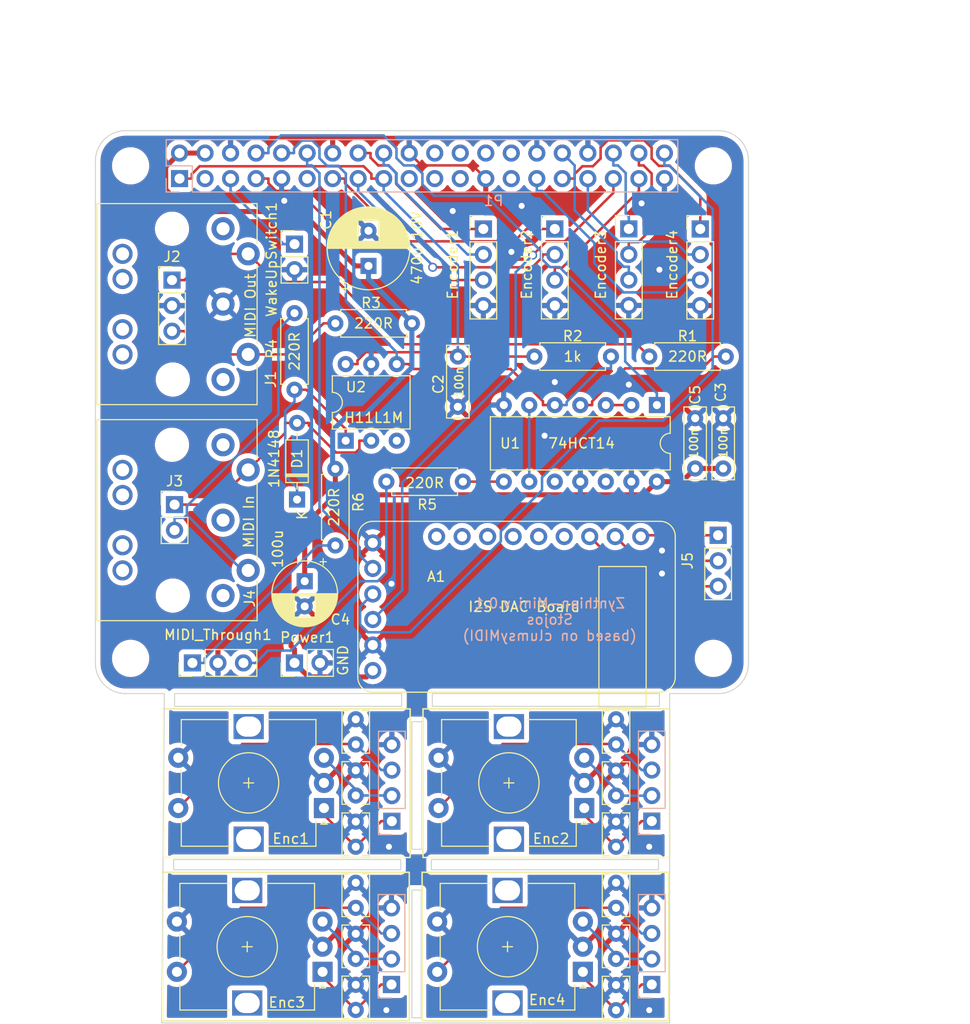
<source format=kicad_pcb>
(kicad_pcb (version 20211014) (generator pcbnew)
  (title_block (date "15 nov 2012"))
  (layers (0 "F.Cu" signal) (31 "B.Cu" signal) (34 "B.Paste" user) (35 "F.Paste" user) (36 "B.SilkS" user "B.Silkscreen") (37 "F.SilkS" user "F.Silkscreen") (38 "B.Mask" user) (39 "F.Mask" user) (44 "Edge.Cuts" user))
  (net 0 "")
  (net 1 "Net-(A1-Pad7)")
  (net 2 "+5V")
  (net 3 "GND")
  (net 4 "/enc1a")
  (net 5 "/enc1b")
  (net 6 "Net-(A1-Pad8)")
  (net 7 "Net-(A1-Pad9)")
  (net 10 "/enc1s1")
  (net 11 "/enc2a")
  (net 16 "/enc2b")
  (net 17 "/enc2s1")
  (net 18 "/enc3a")
  (net 19 "/enc3b")
  (net 20 "/enc3s1")
  (net 21 "/enc4a")
  (net 22 "+3.3V")
  (net 23 "Encoder_1_Clock")
  (net 24 "Encoder_1_Data")
  (net 25 "Encoder_1_Switch")
  (net 26 "I2S_BCLK")
  (net 27 "I2S_DATA")
  (net 28 "I2S_LRCLK")
  (net 29 "Encoder_2_Clock")
  (net 30 "Encoder_2_Data")
  (net 31 "Encoder_2_Switch")
  (net 32 "Encoder_3_Clock")
  (net 33 "Encoder_3_Data")
  (net 34 "Encoder_3_Switch")
  (net 35 "Encoder_4_Clock")
  (net 36 "Encoder_4_Data")
  (net 37 "Encoder_4_Switch")
  (net 38 "Net-(D1-Pad2)")
  (net 39 "Net-(D1-Pad1)")
  (net 42 "Net-(J1-Pad4)")
  (net 43 "Net-(J1-Pad5)")
  (net 44 "Net-(J3-Pad2)")
  (net 48 "Net-(R5-Pad2)")
  (net 49 "/enc4b")
  (net 50 "/enc4s1")
  (net 51 "Wake_Up_Pin")
  (net 52 "Net-(R1-Pad2)")
  (net 53 "Net-(U1-Pad6)")
  (net 56 "Net-(U1-Pad2)")
  (net 59 "MIDI_OUT")
  (net 60 "MIDI_IN")
  (net 70 "Net-(MIDI_Through1-Pad1)")
  (net 71 "Net-(MIDI_Through1-Pad3)")
  (footprint "Capacitor_THT:CP_Radial_D8.0mm_P3.50mm" (layer "F.Cu") (at 227.178 107.4567 90)
    (fp_text reference "C1")
    (fp_text value "470u 10V")
  )
  (footprint "Capacitor_THT:C_Rect_L7.0mm_W2.0mm_P5.00mm" (layer "F.Cu") (at 236.068 116.472 -90)
    (fp_text reference "C2")
    (fp_text value "100n")
  )
  (footprint "Capacitor_THT:C_Rect_L7.0mm_W2.0mm_P5.00mm" (layer "F.Cu") (at 262.484 127.608 90)
    (fp_text reference "C3")
    (fp_text value "100n")
  )
  (footprint "Capacitor_THT:CP_Radial_D6.3mm_P2.50mm" (layer "F.Cu") (at 220.828 138.824 -90)
    (fp_text reference "C4")
    (fp_text value "100u")
  )
  (footprint "Capacitor_THT:C_Rect_L7.0mm_W2.0mm_P5.00mm" (layer "F.Cu") (at 259.69 122.608 -90)
    (fp_text reference "C5")
    (fp_text value "100n")
  )
  (footprint "Diode_THT:D_DO-35_SOD27_P7.62mm_Horizontal" (layer "F.Cu") (at 220.066 130.696 90)
    (fp_text reference "D1")
    (fp_text value "1N4148")
  )
  (footprint "footprints:MultiDIN5" (layer "F.Cu") (at 212.7 118.758 90)
    (fp_text reference "J1")
    (fp_text value "MIDI Out Jack")
  )
  (footprint "footprints:MultiDIN5" (layer "F.Cu") (at 212.7 140.25 90)
    (fp_text reference "J4")
    (fp_text value "MIDI In Jack")
  )
  (footprint "Resistor_THT:R_Axial_DIN0207_L6.3mm_D2.5mm_P7.62mm_Horizontal" (layer "F.Cu") (at 255.118 116.472)
    (fp_text reference "R1")
    (fp_text value "220R")
  )
  (footprint "Resistor_THT:R_Axial_DIN0207_L6.3mm_D2.5mm_P7.62mm_Horizontal" (layer "F.Cu") (at 231.496 113.17 180)
    (fp_text reference "R3")
    (fp_text value "220R")
  )
  (footprint "Resistor_THT:R_Axial_DIN0207_L6.3mm_D2.5mm_P7.62mm_Horizontal" (layer "F.Cu") (at 243.688 116.472)
    (fp_text reference "R2")
    (fp_text value "1k")
  )
  (footprint "Resistor_THT:R_Axial_DIN0207_L6.3mm_D2.5mm_P7.62mm_Horizontal" (layer "F.Cu") (at 228.956 128.918)
    (fp_text reference "R5")
    (fp_text value "220R")
  )
  (footprint "Package_DIP:DIP-6_W7.62mm" (layer "F.Cu") (at 224.907 124.844 90)
    (fp_text reference "U2")
    (fp_text value "H11L1M")
  )
  (footprint "Package_DIP:DIP-14_W7.62mm" (layer "F.Cu") (at 255.88 121.298 -90)
    (fp_text reference "U1")
    (fp_text value "74HCT14")
  )
  (footprint "Resistor_THT:R_Axial_DIN0207_L6.3mm_D2.5mm_P7.62mm_Horizontal" (layer "F.Cu") (at 223.876 127.648 -90)
    (fp_text reference "R6")
    (fp_text value "220R")
  )
  (footprint "Resistor_THT:R_Axial_DIN0207_L6.3mm_D2.5mm_P7.62mm_Horizontal" (layer "F.Cu") (at 219.812 112.154 -90)
    (fp_text reference "R4")
    (fp_text value "220R")
  )
  (footprint "footprints:GY-PCM5102" (layer "F.Cu") (at 241.91 141.364)
    (fp_text reference "A1")
    (fp_text value "GY-PCM5102")
  )
  (footprint "Capacitor_THT:C_Rect_L4.0mm_W2.5mm_P2.50mm" (layer "F.Cu") (at 225.908 165.24 90)
    (fp_text reference "C11" hide)
    (fp_text value "10n")
  )
  (footprint "MountingHole:MountingHole_2.7mm_M2.5" (layer "F.Cu") (at 203.5 97.5 180)
    (fp_text reference "MK1" hide)
    (fp_text value "M2.5")
  )
  (footprint "Capacitor_THT:C_Rect_L4.0mm_W2.5mm_P2.50mm" (layer "F.Cu") (at 251.816 176.396 90)
    (fp_text reference "C21" hide)
    (fp_text value "10n")
  )
  (footprint "Rotary_Encoder:RotaryEncoder_Alps_EC12E-Switch_Vertical_H20mm" (layer "F.Cu") (at 248.652 161.39 180)
    (fp_text reference "Enc2")
    (fp_text value "RotaryEncoder_Switch")
  )
  (footprint "Capacitor_THT:C_Rect_L4.0mm_W2.5mm_P2.50mm" (layer "F.Cu") (at 251.816 165.24 90)
    (fp_text reference "C14" hide)
    (fp_text value "10n")
  )
  (footprint "Connector_PinHeader_2.54mm:PinHeader_1x03_P2.54mm_Vertical" (layer "F.Cu") (at 207.62 108.867)
    (fp_text reference "J2")
    (fp_text value "MIDI Out connector")
  )
  (footprint "Connector_PinHeader_2.54mm:PinHeader_1x03_P2.54mm_Vertical" (layer "F.Cu") (at 209.652 146.952 90)
    (fp_text reference "MIDI_Through1")
    (fp_text value "MIDI Thru Jack")
  )
  (footprint "Capacitor_THT:C_Rect_L4.0mm_W2.5mm_P2.50mm" (layer "F.Cu") (at 251.816 160.16 90)
    (fp_text reference "C15" hide)
    (fp_text value "10n")
  )
  (footprint "Capacitor_THT:C_Rect_L4.0mm_W2.5mm_P2.50mm" (layer "F.Cu") (at 251.816 171.316 90)
    (fp_text reference "C22" hide)
    (fp_text value "100n")
  )
  (footprint "Rotary_Encoder:RotaryEncoder_Alps_EC12E-Switch_Vertical_H20mm" (layer "F.Cu") (at 248.514 177.686 180)
    (fp_text reference "Enc4")
    (fp_text value "RotaryEncoder_Switch")
  )
  (footprint "Capacitor_THT:C_Rect_L4.0mm_W2.5mm_P2.50mm" (layer "F.Cu") (at 225.908 181.476 90)
    (fp_text reference "C17" hide)
    (fp_text value "10n")
  )
  (footprint "Capacitor_THT:C_Rect_L4.0mm_W2.5mm_P2.50mm" (layer "F.Cu") (at 251.816 181.496 90)
    (fp_text reference "C20" hide)
    (fp_text value "10n")
  )
  (footprint "Capacitor_THT:C_Rect_L4.0mm_W2.5mm_P2.50mm" (layer "F.Cu") (at 251.816 155.06 90)
    (fp_text reference "C16" hide)
    (fp_text value "100n")
  )
  (footprint "Connector_PinHeader_2.54mm:PinHeader_1x04_P2.54mm_Vertical" (layer "F.Cu") (at 253.086 103.772)
    (fp_text reference "Encoder3")
    (fp_text value "Conn_01x04_Male")
  )
  (footprint "Capacitor_THT:C_Rect_L4.0mm_W2.5mm_P2.50mm" (layer "F.Cu") (at 225.908 160.14 90)
    (fp_text reference "C12" hide)
    (fp_text value "10n")
  )
  (footprint "Connector_PinHeader_2.54mm:PinHeader_1x04_P2.54mm_Vertical" (layer "F.Cu") (at 245.72 103.782)
    (fp_text reference "Encoder2")
    (fp_text value "Conn_01x04_Male")
  )
  (footprint "Capacitor_THT:C_Rect_L4.0mm_W2.5mm_P2.50mm" (layer "F.Cu") (at 225.908 171.316 90)
    (fp_text reference "C19" hide)
    (fp_text value "100n")
  )
  (footprint "Rotary_Encoder:RotaryEncoder_Alps_EC12E-Switch_Vertical_H20mm" (layer "F.Cu") (at 222.744 161.39 180)
    (fp_text reference "Enc1")
    (fp_text value "RotaryEncoder_Switch")
  )
  (footprint "Capacitor_THT:C_Rect_L4.0mm_W2.5mm_P2.50mm" (layer "F.Cu") (at 225.908 176.396 90)
    (fp_text reference "C18" hide)
    (fp_text value "10n")
  )
  (footprint "MountingHole:MountingHole_2.7mm_M2.5" (layer "F.Cu") (at 261.5 97.5 180)
    (fp_text reference "MK2" hide)
    (fp_text value "M2.5")
  )
  (footprint "MountingHole:MountingHole_2.7mm_M2.5" (layer "F.Cu") (at 203.5 146.5)
    (fp_text reference "MK3" hide)
    (fp_text value "M2.5")
  )
  (footprint "Connector_PinHeader_2.54mm:PinHeader_1x02_P2.54mm_Vertical" (layer "F.Cu") (at 219.812 146.952 90)
    (fp_text reference "Power1")
    (fp_text value "Power connector")
  )
  (footprint "Connector_PinHeader_2.54mm:PinHeader_1x02_P2.54mm_Vertical" (layer "F.Cu") (at 207.874 131.204)
    (fp_text reference "J3")
    (fp_text value "MIDI IN connector")
  )
  (footprint "Rotary_Encoder:RotaryEncoder_Alps_EC12E-Switch_Vertical_H20mm" (layer "F.Cu") (at 222.606 177.686 180)
    (fp_text reference "Enc3")
    (fp_text value "RotaryEncoder_Switch")
  )
  (footprint "Connector_PinHeader_2.54mm:PinHeader_1x04_P2.54mm_Vertical" (layer "F.Cu") (at 238.608 103.782)
    (fp_text reference "Encoder1")
    (fp_text value "Conn_01x04_Male")
  )
  (footprint "Connector_PinHeader_2.54mm:PinHeader_1x04_P2.54mm_Vertical" (layer "F.Cu") (at 260.198 103.782)
    (fp_text reference "Encoder4")
    (fp_text value "Conn_01x04_Male")
  )
  (footprint "Connector_PinHeader_2.54mm:PinHeader_1x02_P2.54mm_Vertical" (layer "F.Cu") (at 219.812 105.291)
    (fp_text reference "WakeUpSwitch1")
    (fp_text value "Wake Up Switch")
  )
  (footprint "MountingHole:MountingHole_2.7mm_M2.5" (layer "F.Cu") (at 261.5 146.5)
    (fp_text reference "MK4" hide)
    (fp_text value "M2.5")
  )
  (footprint "Capacitor_THT:C_Rect_L4.0mm_W2.5mm_P2.50mm" (layer "F.Cu") (at 225.908 155.06 90)
    (fp_text reference "C13" hide)
    (fp_text value "100n")
  )
  (footprint "Connector_PinHeader_2.54mm:PinHeader_1x03_P2.54mm_Vertical" (layer "F.Cu") (at 261.976 134.252)
    (fp_text reference "J5")
    (fp_text value "AUDIO OUT connector")
  )
  (footprint "Connector_PinSocket_2.54mm:PinSocket_2x20_P2.54mm_Vertical" (layer "B.Cu") (at 208.37 98.77 -90)
    (fp_text reference "P1")
    (fp_text value "Conn_02x20_Odd_Even")
  )
  (footprint "Connector_PinHeader_2.54mm:PinHeader_1x04_P2.54mm_Vertical" (layer "B.Cu") (at 255.372 162.69)
    (fp_text reference "Enc_Con_2" hide)
    (fp_text value "Conn_01x04_Male")
  )
  (footprint "Connector_PinHeader_2.54mm:PinHeader_1x04_P2.54mm_Vertical" (layer "B.Cu") (at 255.372 178.946)
    (fp_text reference "Enc_Con_4" hide)
    (fp_text value "Conn_01x04_Male")
  )
  (footprint "Connector_PinHeader_2.54mm:PinHeader_1x04_P2.54mm_Vertical" (layer "B.Cu") (at 229.464 178.946)
    (fp_text reference "Enc_Con_3" hide)
    (fp_text value "Conn_01x04_Male")
  )
  (footprint "Connector_PinHeader_2.54mm:PinHeader_1x04_P2.54mm_Vertical" (layer "B.Cu") (at 229.5 162.7)
    (fp_text reference "Enc_Con_1" hide)
    (fp_text value "Conn_01x04_Male")
  )
  (gr_rect (start 206.685938 167.78) (end 231.233814 182.563335) (layer "F.SilkS") (width 0.15) (fill none))
  (gr_rect (start 232.602124 151.524) (end 257.15 166.307335) (layer "F.SilkS") (width 0.15) (fill none))
  (gr_rect (start 206.776062 151.524) (end 231.323938 166.307335) (layer "F.SilkS") (width 0.15) (fill none))
  (gr_rect (start 232.512 167.78) (end 257.059876 182.563335) (layer "F.SilkS") (width 0.15) (fill none))
  (gr_line (start 200 113) (end 200 131) (layer "Edge.Cuts") (width 0.1))
  (gr_rect (start 233.528 150) (end 256.134 151.27) (layer "Edge.Cuts") (width 0.1) (fill none))
  (gr_rect (start 231.496 169.558) (end 232.421876 182.258) (layer "Edge.Cuts") (width 0.1) (fill none))
  (gr_rect (start 233.437876 166.51) (end 256.043876 167.526) (layer "Edge.Cuts") (width 0.1) (fill none))
  (gr_line (start 257.15 182.766) (end 206.604 182.766) (layer "Edge.Cuts") (width 0.1))
  (gr_rect (start 207.874 150) (end 230.48 151.27) (layer "Edge.Cuts") (width 0.1) (fill none))
  (gr_line (start 265 147) (end 265 97) (layer "Edge.Cuts") (width 0.1))
  (gr_rect (start 207.783876 166.51) (end 230.389876 167.526) (layer "Edge.Cuts") (width 0.1) (fill none))
  (gr_line (start 262 94) (end 203 94) (layer "Edge.Cuts") (width 0.1))
  (gr_line (start 203 150) (end 206.858 150) (layer "Edge.Cuts") (width 0.1))
  (gr_arc (start 262 94) (mid 264.12132 94.87868) (end 265 97) (layer "Edge.Cuts") (width 0.1))
  (gr_line (start 257.15 182.766) (end 257.15 150) (layer "Edge.Cuts") (width 0.1))
  (gr_arc (start 265 147) (mid 264.12132 149.12132) (end 262 150) (layer "Edge.Cuts") (width 0.1))
  (gr_line (start 206.604 182.766) (end 206.858 150) (layer "Edge.Cuts") (width 0.1))
  (gr_arc (start 200 97) (mid 200.87868 94.87868) (end 203 94) (layer "Edge.Cuts") (width 0.1))
  (gr_line (start 200 131) (end 200 147) (layer "Edge.Cuts") (width 0.1))
  (gr_line (start 257.15 150) (end 262 150) (layer "Edge.Cuts") (width 0.1))
  (gr_arc (start 203 150) (mid 200.87868 149.12132) (end 200 147) (layer "Edge.Cuts") (width 0.1))
  (gr_line (start 200 97) (end 200 113) (layer "Edge.Cuts") (width 0.1))
  (gr_rect (start 231.496 152.794) (end 232.512 165.494) (layer "Edge.Cuts") (width 0.1) (fill none))
  (gr_text "Zynthian-Mini v.0.1\nStojos\n(based on clumsyMIDI)" (at 245.212 142.634) (layer "B.SilkS") (effects (font (size 1 1)) (justify mirror)))
  (gr_text "MIDI Out" (at 215.43 111.42 90) (layer "F.SilkS") (effects (font (size 1 1))))
  (gr_text "1N4148" (at 217.78 126.632 90) (layer "F.SilkS") (effects (font (size 1 1))))
  (gr_text "MIDI In" (at 215.26 132.9 90) (layer "F.SilkS") (effects (font (size 1 1))))
  (gr_text "GND" (at 224.638 146.698 90) (layer "F.SilkS") (effects (font (size 1 1))))
  (gr_text "I2S DAC Board" (at 242.672 141.364) (layer "F.SilkS") (effects (font (size 1 1))))
  (segment (start 254.402 134.252) (end 254.275 134.379) (width 0.25) (layer "F.Cu") (net 1))
  (segment (start 261.976 134.252) (end 254.402 134.252) (width 0.25) (layer "F.Cu") (net 1))
  (segment (start 226.9718 148.3472) (end 221.2072 148.3472) (width 0.5) (layer "F.Cu") (net 2))
  (segment (start 255.88 128.918) (end 258.38 128.918) (width 0.5) (layer "F.Cu") (net 2))
  (segment (start 258.38 128.918) (end 259.69 127.608) (width 0.5) (layer "F.Cu") (net 2))
  (segment (start 210.91 96.23) (end 208.37 96.23) (width 0.5) (layer "F.Cu") (net 2))
  (segment (start 259.69 127.608) (end 262.484 127.608) (width 0.5) (layer "F.Cu") (net 2))
  (segment (start 227.605 147.714) (end 226.9718 148.3472) (width 0.5) (layer "F.Cu") (net 2))
  (segment (start 221.2072 148.3472) (end 219.812 146.952) (width 0.5) (layer "F.Cu") (net 2))
  (segment (start 219.4715 140.1805) (end 220.828 138.824) (width 0.5) (layer "F.Cu") (net 2))
  (segment (start 206.9925 97.6075) (end 206.9925 99.8535) (width 0.5) (layer "F.Cu") (net 2))
  (segment (start 209.187 102.048) (end 220.4674 102.048) (width 0.5) (layer "F.Cu") (net 2))
  (segment (start 219.812 145.6001) (end 219.4715 145.2596) (width 0.5) (layer "F.Cu") (net 2))
  (segment (start 255.88 128.918) (end 254.5684 130.2296) (width 0.5) (layer "F.Cu") (net 2))
  (segment (start 220.4674 102.048) (end 225.8761 107.4567) (width 0.5) (layer "F.Cu") (net 2))
  (segment (start 206.9925 99.8535) (end 209.187 102.048) (width 0.5) (layer "F.Cu") (net 2))
  (segment (start 223.876 130.2296) (end 223.876 127.648) (width 0.5) (layer "F.Cu") (net 2))
  (segment (start 220.828 133.2776) (end 223.876 130.2296) (width 0.5) (layer "F.Cu") (net 2))
  (segment (start 208.37 96.23) (end 206.9925 97.6075) (width 0.5) (layer "F.Cu") (net 2))
  (segment (start 220.828 138.824) (end 220.828 133.2776) (width 0.5) (layer "F.Cu") (net 2))
  (segment (start 227.178 107.4567) (end 225.8761 107.4567) (width 0.5) (layer "F.Cu") (net 2))
  (segment (start 219.4715 145.2596) (end 219.4715 140.1805) (width 0.5) (layer "F.Cu") (net 2))
  (segment (start 219.812 146.952) (end 219.812 145.6001) (width 0.5) (layer "F.Cu") (net 2))
  (segment (start 254.5684 130.2296) (end 223.876 130.2296) (width 0.5) (layer "F.Cu") (net 2))
  (segment (start 226.8818 122.1726) (end 225.2442 122.1726) (width 0.5) (layer "B.Cu") (net 2))
  (segment (start 231.496 113.17) (end 231.496 117.5584) (width 0.5) (layer "B.Cu") (net 2))
  (segment (start 225.2442 122.1726) (end 223.6051 123.8117) (width 0.5) (layer "B.Cu") (net 2))
  (segment (start 223.6051 123.8117) (end 223.6051 127.3771) (width 0.5) (layer "B.Cu") (net 2))
  (segment (start 223.6051 127.3771) (end 223.876 127.648) (width 0.5) (layer "B.Cu") (net 2))
  (segment (start 227.178 108.7586) (end 231.496 113.0766) (width 0.5) (layer "B.Cu") (net 2))
  (segment (start 231.496 113.0766) (end 231.496 113.17) (width 0.5) (layer "B.Cu") (net 2))
  (segment (start 231.496 117.5584) (end 226.8818 122.1726) (width 0.5) (layer "B.Cu") (net 2))
  (segment (start 227.178 107.4567) (end 227.178 108.7586) (width 0.5) (layer "B.Cu") (net 2))
  (segment (start 231.23 96.23) (end 232.455 97.455) (width 0.25) (layer "F.Cu") (net 3))
  (segment (start 237.535 97.455) (end 238.85 98.77) (width 0.25) (layer "F.Cu") (net 3))
  (segment (start 232.455 97.455) (end 237.535 97.455) (width 0.25) (layer "F.Cu") (net 3))
  (via (at 253.086 119.266) (size 0.9) (drill 0.6) (layers "F.Cu" "B.Cu") (net 3))
  (via (at 255.118 165.24) (size 0.9) (drill 0.6) (layers "F.Cu" "B.Cu") (net 3))
  (via (at 242.418 101.486) (size 0.9) (drill 0.6) (layers "F.Cu" "B.Cu") (net 3))
  (via (at 244.704 124.346) (size 0.9) (drill 0.6) (layers "F.Cu" "B.Cu") (net 3))
  (via (at 241.402 106.058) (size 0.9) (drill 0.6) (layers "F.Cu" "B.Cu") (net 3))
  (via (at 235.56 101.994) (size 0.9) (drill 0.6) (layers "F.Cu" "B.Cu") (net 3))
  (via (at 255.118 181.496) (size 0.9) (drill 0.6) (layers "F.Cu" "B.Cu") (net 3))
  (via (at 245.72 119.012) (size 0.9) (drill 0.6) (layers "F.Cu" "B.Cu") (net 3))
  (via (at 229.464 139.078) (size 0.9) (drill 0.6) (layers "F.Cu" "B.Cu") (net 3))
  (via (at 256.134 107.836) (size 0.9) (drill 0.6) (layers "F.Cu" "B.Cu") (net 3))
  (via (at 254.356 101.232) (size 0.9) (drill 0.6) (layers "F.Cu" "B.Cu") (net 3))
  (via (at 256.388 138.062) (size 0.9) (drill 0.6) (layers "F.Cu" "B.Cu") (net 3))
  (via (at 256.388 135.776) (size 0.9) (drill 0.6) (layers "F.Cu" "B.Cu") (net 3))
  (via (at 218.796 100.978) (size 0.9) (drill 0.6) (layers "F.Cu" "B.Cu") (net 3))
  (via (at 229.21 165.24) (size 0.9) (drill 0.6) (layers "F.Cu" "B.Cu") (net 3))
  (via (at 228.956 181.496) (size 0.9) (drill 0.6) (layers "F.Cu" "B.Cu") (net 3))
  (segment (start 222.744 161.39) (end 222.744 162.076) (width 0.25) (layer "F.Cu") (net 4))
  (segment (start 222.998 161.644) (end 222.998 162.036) (width 0.25) (layer "F.Cu") (net 4))
  (segment (start 229.464 162.69) (end 228.458 162.69) (width 0.25) (layer "F.Cu") (net 4))
  (segment (start 222.744 162.076) (end 225.908 165.24) (width 0.25) (layer "F.Cu") (net 4))
  (segment (start 228.458 162.69) (end 225.908 165.24) (width 0.25) (layer "F.Cu") (net 4))
  (segment (start 225.908 160.14) (end 229.454 160.14) (width 0.25) (layer "B.Cu") (net 5))
  (segment (start 229.454 160.14) (end 229.464 160.15) (width 0.25) (layer "B.Cu") (net 5))
  (segment (start 225.908 159.554) (end 225.908 160.14) (width 0.25) (layer "B.Cu") (net 5))
  (segment (start 222.744 156.39) (end 225.908 159.554) (width 0.25) (layer "B.Cu") (net 5))
  (segment (start 261.976 136.792) (end 254.148 136.792) (width 0.25) (layer "F.Cu") (net 6))
  (segment (start 254.148 136.792) (end 251.735 134.379) (width 0.25) (layer "F.Cu") (net 6))
  (segment (start 254.148 139.332) (end 249.195 134.379) (width 0.25) (layer "F.Cu") (net 7))
  (segment (start 261.976 139.332) (end 254.148 139.332) (width 0.25) (layer "F.Cu") (net 7))
  (segment (start 208.244 161.39) (end 214.619 155.015) (width 0.25) (layer "F.Cu") (net 10))
  (segment (start 214.619 155.015) (end 225.863 155.015) (width 0.25) (layer "F.Cu") (net 10))
  (segment (start 225.863 155.015) (end 225.908 155.06) (width 0.25) (layer "F.Cu") (net 10))
  (segment (start 225.908 155.06) (end 228.458 157.61) (width 0.25) (layer "B.Cu") (net 10))
  (segment (start 228.458 157.61) (end 229.464 157.61) (width 0.25) (layer "B.Cu") (net 10))
  (segment (start 248.652 161.39) (end 248.652 162.076) (width 0.25) (layer "F.Cu") (net 11))
  (segment (start 255.372 162.69) (end 254.366 162.69) (width 0.25) (layer "F.Cu") (net 11))
  (segment (start 248.652 162.076) (end 251.816 165.24) (width 0.25) (layer "F.Cu") (net 11))
  (segment (start 254.366 162.69) (end 251.816 165.24) (width 0.25) (layer "F.Cu") (net 11))
  (segment (start 251.816 160.16) (end 255.362 160.16) (width 0.25) (layer "B.Cu") (net 16))
  (segment (start 248.652 156.39) (end 251.816 159.554) (width 0.25) (layer "B.Cu") (net 16))
  (segment (start 255.362 160.16) (end 255.372 160.15) (width 0.25) (layer "B.Cu") (net 16))
  (segment (start 251.816 159.554) (end 251.816 160.16) (width 0.25) (layer "B.Cu") (net 16))
  (segment (start 251.771 155.015) (end 251.816 155.06) (width 0.25) (layer "F.Cu") (net 17))
  (segment (start 240.527 155.015) (end 251.771 155.015) (width 0.25) (layer "F.Cu") (net 17))
  (segment (start 234.152 161.39) (end 240.527 155.015) (width 0.25) (layer "F.Cu") (net 17))
  (segment (start 254.366 157.61) (end 255.372 157.61) (width 0.25) (layer "B.Cu") (net 17))
  (segment (start 251.816 155.06) (end 254.366 157.61) (width 0.25) (layer "B.Cu") (net 17))
  (segment (start 228.438 178.946) (end 225.908 181.476) (width 0.25) (layer "F.Cu") (net 18))
  (segment (start 229.464 178.946) (end 228.438 178.946) (width 0.25) (layer "F.Cu") (net 18))
  (segment (start 222.606 178.174) (end 225.908 181.476) (width 0.25) (layer "F.Cu") (net 18))
  (segment (start 222.606 177.686) (end 222.606 178.174) (width 0.25) (layer "F.Cu") (net 18))
  (segment (start 229.454 176.396) (end 229.464 176.406) (width 0.25) (layer "B.Cu") (net 19))
  (segment (start 225.908 176.396) (end 229.454 176.396) (width 0.25) (layer "B.Cu") (net 19))
  (segment (start 225.908 175.988) (end 225.908 176.396) (width 0.25) (layer "B.Cu") (net 19))
  (segment (start 222.606 172.686) (end 225.908 175.988) (width 0.25) (layer "B.Cu") (net 19))
  (segment (start 214.481 171.311) (end 225.903 171.311) (width 0.25) (layer "F.Cu") (net 20))
  (segment (start 208.106 177.686) (end 214.481 171.311) (width 0.25) (layer "F.Cu") (net 20))
  (segment (start 225.903 171.311) (end 225.908 171.316) (width 0.25) (layer "F.Cu") (net 20))
  (segment (start 228.458 173.866) (end 229.464 173.866) (width 0.25) (layer "B.Cu") (net 20))
  (segment (start 225.908 171.316) (end 228.458 173.866) (width 0.25) (layer "B.Cu") (net 20))
  (segment (start 248.514 177.686) (end 248.514 178.194) (width 0.25) (layer "F.Cu") (net 21))
  (segment (start 248.514 178.194) (end 251.816 181.496) (width 0.25) (layer "F.Cu") (net 21))
  (segment (start 255.372 178.946) (end 254.366 178.946) (width 0.25) (layer "F.Cu") (net 21))
  (segment (start 254.366 178.946) (end 251.816 181.496) (width 0.25) (layer "F.Cu") (net 21))
  (segment (start 227.4631 98.77) (end 227.4631 98.3099) (width 0.25) (layer "F.Cu") (net 22))
  (segment (start 227.4631 98.3099) (end 226.6963 97.5431) (width 0.25) (layer "F.Cu") (net 22))
  (segment (start 228.69 98.77) (end 227.4631 98.77) (width 0.25) (layer "F.Cu") (net 22))
  (segment (start 243.688 116.472) (end 236.068 116.472) (width 0.25) (layer "F.Cu") (net 22))
  (segment (start 236.068 116.472) (end 235.6385 116.0425) (width 0.25) (layer "F.Cu") (net 22))
  (segment (start 226.6963 97.5431) (end 210.3636 97.5431) (width 0.25) (layer "F.Cu") (net 22))
  (segment (start 224.907 117.224) (end 226.0839 117.224) (width 0.25) (layer "F.Cu") (net 22))
  (segment (start 226.8996 116.0425) (end 226.0839 116.8582) (width 0.25) (layer "F.Cu") (net 22))
  (segment (start 210.3636 97.5431) (end 209.5969 98.3098) (width 0.25) (layer "F.Cu") (net 22))
  (segment (start 235.6385 116.0425) (end 226.8996 116.0425) (width 0.25) (layer "F.Cu") (net 22))
  (segment (start 209.5969 98.3098) (end 209.5969 98.77) (width 0.25) (layer "F.Cu") (net 22))
  (segment (start 226.0839 116.8582) (end 226.0839 117.224) (width 0.25) (layer "F.Cu") (net 22))
  (segment (start 208.37 98.77) (end 209.5969 98.77) (width 0.25) (layer "F.Cu") (net 22))
  (segment (start 236.068 116.472) (end 236.068 107.3749) (width 0.25) (layer "B.Cu") (net 22))
  (segment (start 236.068 107.3749) (end 228.69 99.9969) (width 0.25) (layer "B.Cu") (net 22))
  (segment (start 228.69 98.77) (end 228.69 99.9969) (width 0.25) (layer "B.Cu") (net 22))
  (segment (start 228.69 97.4569) (end 229.1502 97.4569) (width 0.25) (layer "B.Cu") (net 23))
  (segment (start 237.0387 106.322) (end 238.608 106.322) (width 0.25) (layer "B.Cu") (net 23))
  (segment (start 229.9169 99.2002) (end 237.0387 106.322) (width 0.25) (layer "B.Cu") (net 23))
  (segment (start 229.9169 98.2236) (end 229.9169 99.2002) (width 0.25) (layer "B.Cu") (net 23))
  (segment (start 228.69 96.23) (end 228.69 97.4569) (width 0.25) (layer "B.Cu") (net 23))
  (segment (start 229.1502 97.4569) (end 229.9169 98.2236) (width 0.25) (layer "B.Cu") (net 23))
  (segment (start 226.15 96.23) (end 227.3769 96.23) (width 0.25) (layer "F.Cu") (net 24))
  (segment (start 228.1436 97.4569) (end 229.1918 97.4569) (width 0.25) (layer "F.Cu") (net 24))
  (segment (start 227.3769 96.6902) (end 228.1436 97.4569) (width 0.25) (layer "F.Cu") (net 24))
  (segment (start 229.96 99.3315) (end 234.4105 103.782) (width 0.25) (layer "F.Cu") (net 24))
  (segment (start 229.96 98.2251) (end 229.96 99.3315) (width 0.25) (layer "F.Cu") (net 24))
  (segment (start 229.1918 97.4569) (end 229.96 98.2251) (width 0.25) (layer "F.Cu") (net 24))
  (segment (start 227.3769 96.23) (end 227.3769 96.6902) (width 0.25) (layer "F.Cu") (net 24))
  (segment (start 234.4105 103.782) (end 238.608 103.782) (width 0.25) (layer "F.Cu") (net 24))
  (segment (start 232.9641 108.862) (end 238.608 108.862) (width 0.25) (layer "F.Cu") (net 25))
  (segment (start 217.2169 99.2302) (end 217.9836 99.9969) (width 0.25) (layer "F.Cu") (net 25))
  (segment (start 230.1153 106.0132) (end 232.9641 108.862) (width 0.25) (layer "F.Cu") (net 25))
  (segment (start 220.1781 99.9969) (end 226.1944 106.0132) (width 0.25) (layer "F.Cu") (net 25))
  (segment (start 226.1944 106.0132) (end 230.1153 106.0132) (width 0.25) (layer "F.Cu") (net 25))
  (segment (start 217.2169 98.77) (end 217.2169 99.2302) (width 0.25) (layer "F.Cu") (net 25))
  (segment (start 215.99 98.77) (end 217.2169 98.77) (width 0.25) (layer "F.Cu") (net 25))
  (segment (start 217.9836 99.9969) (end 220.1781 99.9969) (width 0.25) (layer "F.Cu") (net 25))
  (segment (start 222.2969 98.2236) (end 222.2969 131.4388) (width 0.25) (layer "B.Cu") (net 26))
  (segment (start 221.07 97.4569) (end 221.5302 97.4569) (width 0.25) (layer "B.Cu") (net 26))
  (segment (start 226.2904 136.2394) (end 227.605 137.554) (width 0.25) (layer "B.Cu") (net 26))
  (segment (start 222.2969 131.4388) (end 226.2904 135.4323) (width 0.25) (layer "B.Cu") (net 26))
  (segment (start 226.2904 135.4323) (end 226.2904 136.2394) (width 0.25) (layer "B.Cu") (net 26))
  (segment (start 221.07 96.23) (end 221.07 97.4569) (width 0.25) (layer "B.Cu") (net 26))
  (segment (start 221.5302 97.4569) (end 222.2969 98.2236) (width 0.25) (layer "B.Cu") (net 26))
  (segment (start 250.0992 122.8505) (end 256.4946 122.8505) (width 0.25) (layer "B.Cu") (net 27))
  (segment (start 244.45 128.4997) (end 250.0992 122.8505) (width 0.25) (layer "B.Cu") (net 27))
  (segment (start 256.4946 122.8505) (end 261.4341 117.911) (width 0.25) (layer "B.Cu") (net 27))
  (segment (start 261.4341 101.8009) (end 257.0901 97.4569) (width 0.25) (layer "B.Cu") (net 27))
  (segment (start 227.605 140.094) (end 226.3426 141.3564) (width 0.25) (layer "B.Cu") (net 27))
  (segment (start 257.0901 97.4569) (end 256.63 97.4569) (width 0.25) (layer "B.Cu") (net 27))
  (segment (start 261.4341 117.911) (end 261.4341 101.8009) (width 0.25) (layer "B.Cu") (net 27))
  (segment (start 240.3481 134.856) (end 240.3481 133.8635) (width 0.25) (layer "B.Cu") (net 27))
  (segment (start 226.3426 141.3564) (end 226.3426 143.1241) (width 0.25) (layer "B.Cu") (net 27))
  (segment (start 244.45 129.7616) (end 244.45 128.4997) (width 0.25) (layer "B.Cu") (net 27))
  (segment (start 231.3001 143.904) (end 240.3481 134.856) (width 0.25) (layer "B.Cu") (net 27))
  (segment (start 240.3481 133.8635) (end 244.45 129.7616) (width 0.25) (layer "B.Cu") (net 27))
  (segment (start 227.1225 143.904) (end 231.3001 143.904) (width 0.25) (layer "B.Cu") (net 27))
  (segment (start 256.63 96.23) (end 256.63 97.4569) (width 0.25) (layer "B.Cu") (net 27))
  (segment (start 226.3426 143.1241) (end 227.1225 143.904) (width 0.25) (layer "B.Cu") (net 27))
  (segment (start 246.7261 105.0089) (end 251.55 100.185) (width 0.25) (layer "F.Cu") (net 28))
  (segment (start 244.8906 105.0089) (end 246.7261 105.0089) (width 0.25) (layer "F.Cu") (net 28))
  (segment (start 251.55 100.185) (end 251.55 98.77) (width 0.25) (layer "F.Cu") (net 28))
  (segment (start 243.5172 106.3823) (end 244.8906 105.0089) (width 0.25) (layer "F.Cu") (net 28))
  (via (at 243.5172 106.3823) (size 0.9) (drill 0.6) (layers "F.Cu" "B.Cu") (net 28))
  (segment (start 241.8311 117.7052) (end 241.8311 108.0684) (width 0.25) (layer "B.Cu") (net 28))
  (segment (start 230.5307 129.0056) (end 241.8311 117.7052) (width 0.25) (layer "B.Cu") (net 28))
  (segment (start 230.5307 139.7083) (end 230.5307 129.0056) (width 0.25) (layer "B.Cu") (net 28))
  (segment (start 241.8311 108.0684) (end 243.5172 106.3823) (width 0.25) (layer "B.Cu") (net 28))
  (segment (start 227.605 142.634) (end 230.5307 139.7083) (width 0.25) (layer "B.Cu") (net 28))
  (segment (start 233.5672 107.5919) (end 243.4774 107.5919) (width 0.25) (layer "F.Cu") (net 29))
  (segment (start 243.4774 107.5919) (end 244.4931 106.5762) (width 0.25) (layer "F.Cu") (net 29))
  (segment (start 245.72 106.322) (end 244.4931 106.322) (width 0.25) (layer "F.Cu") (net 29))
  (segment (start 244.4931 106.5762) (end 244.4931 106.322) (width 0.25) (layer "F.Cu") (net 29))
  (via (at 233.5672 107.5919) (size 0.9) (drill 0.6) (layers "F.Cu" "B.Cu") (net 29))
  (segment (start 226.15 99.9969) (end 233.5672 107.4141) (width 0.25) (layer "B.Cu") (net 29))
  (segment (start 226.15 98.77) (end 226.15 99.9969) (width 0.25) (layer "B.Cu") (net 29))
  (segment (start 233.5672 107.4141) (end 233.5672 107.5919) (width 0.25) (layer "B.Cu") (net 29))
  (segment (start 224.8369 98.77) (end 224.8369 99.2302) (width 0.25) (layer "F.Cu") (net 30))
  (segment (start 242.9113 103.782) (end 245.72 103.782) (width 0.25) (layer "F.Cu") (net 30))
  (segment (start 241.6844 105.0089) (end 242.9113 103.782) (width 0.25) (layer "F.Cu") (net 30))
  (segment (start 223.61 98.77) (end 224.8369 98.77) (width 0.25) (layer "F.Cu") (net 30))
  (segment (start 224.8369 99.2302) (end 230.6156 105.0089) (width 0.25) (layer "F.Cu") (net 30))
  (segment (start 230.6156 105.0089) (end 241.6844 105.0089) (width 0.25) (layer "F.Cu") (net 30))
  (segment (start 254.09 99.9969) (end 246.4518 107.6351) (width 0.25) (layer "F.Cu") (net 31))
  (segment (start 254.09 98.77) (end 254.09 99.9969) (width 0.25) (layer "F.Cu") (net 31))
  (segment (start 246.4518 107.6351) (end 245.72 107.6351) (width 0.25) (layer "F.Cu") (net 31))
  (segment (start 245.72 108.862) (end 245.72 107.6351) (width 0.25) (layer "F.Cu") (net 31))
  (segment (start 253.086 106.312) (end 253.086 105.0851) (width 0.25) (layer "F.Cu") (net 32))
  (segment (start 254.09 96.23) (end 254.09 97.4569) (width 0.25) (layer "F.Cu") (net 32))
  (segment (start 255.36 103.7686) (end 254.0435 105.0851) (width 0.25) (layer "F.Cu") (net 32))
  (segment (start 255.36 98.2668) (end 255.36 103.7686) (width 0.25) (layer "F.Cu") (net 32))
  (segment (start 254.09 97.4569) (end 254.5501 97.4569) (width 0.25) (layer "F.Cu") (net 32))
  (segment (start 254.0435 105.0851) (end 253.086 105.0851) (width 0.25) (layer "F.Cu") (net 32))
  (segment (start 254.5501 97.4569) (end 255.36 98.2668) (width 0.25) (layer "F.Cu") (net 32))
  (segment (start 252.7769 102.236) (end 253.086 102.5451) (width 0.25) (layer "B.Cu") (net 33))
  (segment (start 251.55 97.4569) (end 252.0102 97.4569) (width 0.25) (layer "B.Cu") (net 33))
  (segment (start 252.0102 97.4569) (end 252.7769 98.2236) (width 0.25) (layer "B.Cu") (net 33))
  (segment (start 252.7769 98.2236) (end 252.7769 102.236) (width 0.25) (layer "B.Cu") (net 33))
  (segment (start 251.55 96.23) (end 251.55 97.4569) (width 0.25) (layer "B.Cu") (net 33))
  (segment (start 253.086 103.772) (end 253.086 102.5451) (width 0.25) (layer "B.Cu") (net 33))
  (segment (start 247.6969 97.4569) (end 246.47 96.23) (width 0.25) (layer "B.Cu") (net 34))
  (segment (start 253.086 108.852) (end 253.086 107.537) (width 0.25) (layer "B.Cu") (net 34))
  (segment (start 251.861 106.103) (end 247.6969 101.9389) (width 0.25) (layer "B.Cu") (net 34))
  (segment (start 252.578588 107.537) (end 251.861 106.819412) (width 0.25) (layer "B.Cu") (net 34))
  (segment (start 253.086 107.537) (end 252.578588 107.537) (width 0.25) (layer "B.Cu") (net 34))
  (segment (start 247.6969 101.9389) (end 247.6969 97.4569) (width 0.25) (layer "B.Cu") (net 34))
  (segment (start 251.861 106.819412) (end 251.861 106.103) (width 0.25) (layer "B.Cu") (net 34))
  (segment (start 257.6911 105.042) (end 258.9711 106.322) (width 0.25) (layer "B.Cu") (net 35))
  (segment (start 260.198 106.322) (end 258.9711 106.322) (width 0.25) (layer "B.Cu") (net 35))
  (segment (start 249.01 98.77) (end 249.01 101.9471) (width 0.25) (layer "B.Cu") (net 35))
  (segment (start 252.1049 105.042) (end 257.6911 105.042) (width 0.25) (layer "B.Cu") (net 35))
  (segment (start 249.01 101.9471) (end 252.1049 105.042) (width 0.25) (layer "B.Cu") (net 35))
  (segment (start 250.28 96.7749) (end 250.28 95.6685) (width 0.25) (layer "F.Cu") (net 36))
  (segment (start 255.3598 96.7837) (end 256.0761 97.5) (width 0.25) (layer "F.Cu") (net 36))
  (segment (start 257.1637 97.5) (end 260.198 100.5343) (width 0.25) (layer "F.Cu") (net 36))
  (segment (start 250.9851 94.9634) (end 254.6229 94.9634) (width 0.25) (layer "F.Cu") (net 36))
  (segment (start 255.3598 95.7003) (end 255.3598 96.7837) (width 0.25) (layer "F.Cu") (net 36))
  (segment (start 248.4636 97.5431) (end 249.5118 97.5431) (width 0.25) (layer "F.Cu") (net 36))
  (segment (start 254.6229 94.9634) (end 255.3598 95.7003) (width 0.25) (layer "F.Cu") (net 36))
  (segment (start 256.0761 97.5) (end 257.1637 97.5) (width 0.25) (layer "F.Cu") (net 36))
  (segment (start 260.198 100.5343) (end 260.198 103.782) (width 0.25) (layer "F.Cu") (net 36))
  (segment (start 246.47 98.77) (end 247.6969 98.77) (width 0.25) (layer "F.Cu") (net 36))
  (segment (start 250.28 95.6685) (end 250.9851 94.9634) (width 0.25) (layer "F.Cu") (net 36))
  (segment (start 247.6969 98.3098) (end 248.4636 97.5431) (width 0.25) (layer "F.Cu") (net 36))
  (segment (start 247.6969 98.77) (end 247.6969 98.3098) (width 0.25) (layer "F.Cu") (net 36))
  (segment (start 249.5118 97.5431) (end 250.28 96.7749) (width 0.25) (layer "F.Cu") (net 36))
  (segment (start 252.5597 110.0888) (end 257.7443 110.0888) (width 0.25) (layer "B.Cu") (net 37))
  (segment (start 243.93 99.9969) (end 244.4849 99.9969) (width 0.25) (layer "B.Cu") (net 37))
  (segment (start 249.6573 107.1864) (end 252.5597 110.0888) (width 0.25) (layer "B.Cu") (net 37))
  (segment (start 258.9711 108.862) (end 260.198 108.862) (width 0.25) (layer "B.Cu") (net 37))
  (segment (start 243.93 98.77) (end 243.93 99.9969) (width 0.25) (layer "B.Cu") (net 37))
  (segment (start 257.7443 110.0888) (end 258.9711 108.862) (width 0.25) (layer "B.Cu") (net 37))
  (segment (start 249.6573 105.1693) (end 249.6573 107.1864) (width 0.25) (layer "B.Cu") (net 37))
  (segment (start 244.4849 99.9969) (end 249.6573 105.1693) (width 0.25) (layer "B.Cu") (net 37))
  (segment (start 227.447 124.844) (end 226.2701 124.844) (width 0.25) (layer "F.Cu") (net 38))
  (segment (start 220.066 123.076) (end 218.8891 123.076) (width 0.25) (layer "F.Cu") (net 38))
  (segment (start 225.9024 126.0209) (end 223.9439 126.0209) (width 0.25) (layer "F.Cu") (net 38))
  (segment (start 207.874 131.204) (end 211.746 131.204) (width 0.25) (layer "F.Cu") (net 38))
  (segment (start 218.8891 124.0609) (end 218.8891 123.076) (width 0.25) (layer "F.Cu") (net 38))
  (segment (start 215.2 127.75) (end 218.8891 124.0609) (width 0.25) (layer "F.Cu") (net 38))
  (segment (start 223.9439 126.0209) (end 221.2429 123.3199) (width 0.25) (layer "F.Cu") (net 38))
  (segment (start 226.2701 124.844) (end 226.2701 125.6532) (width 0.25) (layer "F.Cu") (net 38))
  (segment (start 226.2701 125.6532) (end 225.9024 126.0209) (width 0.25) (layer "F.Cu") (net 38))
  (segment (start 221.2429 123.3199) (end 221.2429 123.076) (width 0.25) (layer "F.Cu") (net 38))
  (segment (start 211.746 131.204) (end 215.2 127.75) (width 0.25) (layer "F.Cu") (net 38))
  (segment (start 220.066 123.076) (end 221.2429 123.076) (width 0.25) (layer "F.Cu") (net 38))
  (segment (start 224.882 123.6671) (end 224.907 123.6671) (width 0.25) (layer "F.Cu") (net 39))
  (segment (start 220.9889 119.774) (end 224.882 123.6671) (width 0.25) (layer "F.Cu") (net 39))
  (segment (start 219.812 119.774) (end 220.9889 119.774) (width 0.25) (layer "F.Cu") (net 39))
  (segment (start 224.907 124.844) (end 224.907 123.6671) (width 0.25) (layer "F.Cu") (net 39))
  (segment (start 218.8891 121.8738) (end 218.8891 128.3422) (width 0.25) (layer "B.Cu") (net 39))
  (segment (start 219.812 119.774) (end 219.812 120.9509) (width 0.25) (layer "B.Cu") (net 39))
  (segment (start 219.812 120.9509) (end 218.8891 121.8738) (width 0.25) (layer "B.Cu") (net 39))
  (segment (start 218.8891 128.3422) (end 220.066 129.5191) (width 0.25) (layer "B.Cu") (net 39))
  (segment (start 220.066 130.696) (end 220.066 129.5191) (width 0.25) (layer "B.Cu") (net 39))
  (segment (start 223.876 113.17) (end 222.6991 113.17) (width 0.25) (layer "F.Cu") (net 42))
  (segment (start 222.6991 113.17) (end 219.6111 116.258) (width 0.25) (layer "F.Cu") (net 42))
  (segment (start 207.62 113.947) (end 208.8469 113.947) (width 0.25) (layer "F.Cu") (net 42))
  (segment (start 208.8469 113.947) (end 211.1579 116.258) (width 0.25) (layer "F.Cu") (net 42))
  (segment (start 219.6111 116.258) (end 215.2 116.258) (width 0.25) (layer "F.Cu") (net 42))
  (segment (start 211.1579 116.258) (end 215.2 116.258) (width 0.25) (layer "F.Cu") (net 42))
  (segment (start 208.8469 108.867) (end 211.4559 106.258) (width 0.25) (layer "F.Cu") (net 43))
  (segment (start 230.3272 115.2502) (end 253.8962 115.2502) (width 0.25) (layer "F.Cu") (net 43))
  (segment (start 217.9999 109.0579) (end 224.1349 109.0579) (width 0.25) (layer "F.Cu") (net 43))
  (segment (start 224.1349 109.0579) (end 230.3272 115.2502) (width 0.25) (layer "F.Cu") (net 43))
  (segment (start 211.4559 106.258) (end 215.2 106.258) (width 0.25) (layer "F.Cu") (net 43))
  (segment (start 207.62 108.867) (end 208.8469 108.867) (width 0.25) (layer "F.Cu") (net 43))
  (segment (start 253.8962 115.2502) (end 255.118 116.472) (width 0.25) (layer "F.Cu") (net 43))
  (segment (start 215.2 106.258) (end 217.9999 109.0579) (width 0.25) (layer "F.Cu") (net 43))
  (segment (start 208.809 132.5171) (end 209.1009 132.2252) (width 0.25) (layer "B.Cu") (net 44))
  (segment (start 218.2117 113.7543) (end 219.812 112.154) (width 0.25) (layer "B.Cu") (net 44))
  (segment (start 209.1009 132.2252) (end 209.1009 131.3492) (width 0.25) (layer "B.Cu") (net 44))
  (segment (start 209.1009 131.3492) (end 218.2117 122.2384) (width 0.25) (layer "B.Cu") (net 44))
  (segment (start 207.874 132.5171) (end 208.809 132.5171) (width 0.25) (layer "B.Cu") (net 44))
  (segment (start 218.2117 122.2384) (end 218.2117 113.7543) (width 0.25) (layer "B.Cu") (net 44))
  (segment (start 207.874 133.744) (end 207.874 132.5171) (width 0.25) (layer "B.Cu") (net 44))
  (segment (start 214.6257 137.75) (end 215.2 137.75) (width 0.25) (layer "B.Cu") (net 44))
  (segment (start 209.1009 132.2252) (end 214.6257 137.75) (width 0.25) (layer "B.Cu") (net 44))
  (segment (start 240.64 128.918) (end 236.576 128.918) (width 0.25) (layer "F.Cu") (net 48))
  (segment (start 255.362 176.396) (end 255.372 176.406) (width 0.25) (layer "B.Cu") (net 49))
  (segment (start 251.816 175.988) (end 251.816 176.396) (width 0.25) (layer "B.Cu") (net 49))
  (segment (start 248.514 172.686) (end 251.816 175.988) (width 0.25) (layer "B.Cu") (net 49))
  (segment (start 251.816 176.396) (end 255.362 176.396) (width 0.25) (layer "B.Cu") (net 49))
  (segment (start 240.389 171.311) (end 251.811 171.311) (width 0.25) (layer "F.Cu") (net 50))
  (segment (start 234.014 177.686) (end 240.389 171.311) (width 0.25) (layer "F.Cu") (net 50))
  (segment (start 251.811 171.311) (end 251.816 171.316) (width 0.25) (layer "F.Cu") (net 50))
  (segment (start 251.816 171.316) (end 254.366 173.866) (width 0.25) (layer "B.Cu") (net 50))
  (segment (start 254.366 173.866) (end 255.372 173.866) (width 0.25) (layer "B.Cu") (net 50))
  (segment (start 213.45 99.9969) (end 218.5851 105.132) (width 0.25) (layer "B.Cu") (net 51))
  (segment (start 219.812 105.291) (end 218.5851 105.291) (width 0.25) (layer "B.Cu") (net 51))
  (segment (start 218.5851 105.132) (end 218.5851 105.291) (width 0.25) (layer "B.Cu") (net 51))
  (segment (start 213.45 98.77) (end 213.45 99.9969) (width 0.25) (layer "B.Cu") (net 51))
  (segment (start 249.4369 120.9322) (end 249.4369 121.298) (width 0.25) (layer "F.Cu") (net 52))
  (segment (start 248.26 121.298) (end 249.4369 121.298) (width 0.25) (layer "F.Cu") (net 52))
  (segment (start 252.7202 117.6489) (end 249.4369 120.9322) (width 0.25) (layer "F.Cu") (net 52))
  (segment (start 262.738 116.472) (end 261.5611 116.472) (width 0.25) (layer "F.Cu") (net 52))
  (segment (start 261.5611 116.472) (end 260.3842 117.6489) (width 0.25) (layer "F.Cu") (net 52))
  (segment (start 260.3842 117.6489) (end 252.7202 117.6489) (width 0.25) (layer "F.Cu") (net 52))
  (segment (start 243.18 128.918) (end 243.18 121.298) (width 0.25) (layer "B.Cu") (net 53))
  (segment (start 250.8 121.298) (end 253.34 121.298) (width 0.25) (layer "F.Cu") (net 56))
  (segment (start 246.1824 107.5708) (end 245.229 107.5708) (width 0.25) (layer "B.Cu") (net 59))
  (segment (start 229.96 95.7596) (end 228.6776 94.4772) (width 0.25) (layer "B.Cu") (net 59))
  (segment (start 255.88 120.1211) (end 252.7275 116.9686) (width 0.25) (layer "B.Cu") (net 59))
  (segment (start 255.88 121.298) (end 255.88 120.1211) (width 0.25) (layer "B.Cu") (net 59))
  (segment (start 228.6776 94.4772) (end 218.4613 94.4772) (width 0.25) (layer "B.Cu") (net 59))
  (segment (start 217.2169 95.7216) (end 217.2169 96.23) (width 0.25) (layer "B.Cu") (net 59))
  (segment (start 230.6865 97.4569) (end 229.96 96.7304) (width 0.25) (layer "B.Cu") (net 59))
  (segment (start 229.96 96.7304) (end 229.96 95.7596) (width 0.25) (layer "B.Cu") (net 59))
  (segment (start 252.7275 114.1159) (end 246.1824 107.5708) (width 0.25) (layer "B.Cu") (net 59))
  (segment (start 245.229 107.5708) (end 244.3496 106.6914) (width 0.25) (layer "B.Cu") (net 59))
  (segment (start 244.3496 106.6914) (end 244.3496 105.9911) (width 0.25) (layer "B.Cu") (net 59))
  (segment (start 252.7275 116.9686) (end 252.7275 114.1159) (width 0.25) (layer "B.Cu") (net 59))
  (segment (start 233.6803 100.4831) (end 232.5431 99.3459) (width 0.25) (layer "B.Cu") (net 59))
  (segment (start 244.3496 105.9911) (end 238.8416 100.4831) (width 0.25) (layer "B.Cu") (net 59))
  (segment (start 215.99 96.23) (end 217.2169 96.23) (width 0.25) (layer "B.Cu") (net 59))
  (segment (start 232.5431 98.2592) (end 231.7408 97.4569) (width 0.25) (layer "B.Cu") (net 59))
  (segment (start 232.5431 99.3459) (end 232.5431 98.2592) (width 0.25) (layer "B.Cu") (net 59))
  (segment (start 218.4613 94.4772) (end 217.2169 95.7216) (width 0.25) (layer "B.Cu") (net 59))
  (segment (start 238.8416 100.4831) (end 233.6803 100.4831) (width 0.25) (layer "B.Cu") (net 59))
  (segment (start 231.7408 97.4569) (end 230.6865 97.4569) (width 0.25) (layer "B.Cu") (net 59))
  (segment (start 244.5431 120.9322) (end 244.5431 121.298) (width 0.25) (layer "F.Cu") (net 60))
  (segment (start 229.987 117.224) (end 231.1639 117.224) (width 0.25) (layer "F.Cu") (net 60))
  (segment (start 241.3227 117.7118) (end 244.5431 120.9322) (width 0.25) (layer "F.Cu") (net 60))
  (segment (start 245.72 121.298) (end 244.5431 121.298) (width 0.25) (layer "F.Cu") (net 60))
  (segment (start 231.6517 117.7118) (end 241.3227 117.7118) (width 0.25) (layer "F.Cu") (net 60))
  (segment (start 231.1639 117.224) (end 231.6517 117.7118) (width 0.25) (layer "F.Cu") (net 60))
  (segment (start 250.2348 117.6489) (end 251.308 117.6489) (width 0.25) (layer "B.Cu") (net 60))
  (segment (start 222.2969 96.7408) (end 223.0561 97.5) (width 0.25) (layer "B.Cu") (net 60))
  (segment (start 224.9231 98.2682) (end 224.9231 110.9832) (width 0.25) (layer "B.Cu") (net 60))
  (segment (start 223.0561 97.5) (end 224.1549 97.5) (width 0.25) (layer "B.Cu") (net 60))
  (segment (start 224.1549 97.5) (end 224.9231 98.2682) (width 0.25) (layer "B.Cu") (net 60))
  (segment (start 224.9231 110.9832) (end 229.987 116.0471) (width 0.25) (layer "B.Cu") (net 60))
  (segment (start 220.5462 94.9806) (end 221.5795 94.9806) (width 0.25) (layer "B.Cu") (net 60))
  (segment (start 245.72 121.298) (end 246.8969 121.298) (width 0.25) (layer "B.Cu") (net 60))
  (segment (start 221.5795 94.9806) (end 222.2969 95.698) (width 0.25) (layer "B.Cu") (net 60))
  (segment (start 246.8969 121.298) (end 246.8969 120.9868) (width 0.25) (layer "B.Cu") (net 60))
  (segment (start 251.308 116.472) (end 251.308 117.6489) (width 0.25) (layer "B.Cu") (net 60))
  (segment (start 218.53 96.23) (end 219.7569 96.23) (width 0.25) (layer "B.Cu") (net 60))
  (segment (start 219.7569 96.23) (end 219.7569 95.7699) (width 0.25) (layer "B.Cu") (net 60))
  (segment (start 219.7569 95.7699) (end 220.5462 94.9806) (width 0.25) (layer "B.Cu") (net 60))
  (segment (start 246.8969 120.9868) (end 250.2348 117.6489) (width 0.25) (layer "B.Cu") (net 60))
  (segment (start 222.2969 95.698) (end 222.2969 96.7408) (width 0.25) (layer "B.Cu") (net 60))
  (segment (start 229.987 117.224) (end 229.987 116.0471) (width 0.25) (layer "B.Cu") (net 60))
  (segment (start 210.8789 146.952) (end 210.8789 146.4919) (width 0.25) (layer "B.Cu") (net 70))
  (segment (start 222.1028 135.268) (end 223.876 135.268) (width 0.25) (layer "B.Cu") (net 70))
  (segment (start 210.8789 146.4919) (end 222.1028 135.268) (width 0.25) (layer "B.Cu") (net 70))
  (segment (start 209.652 146.952) (end 210.8789 146.952) (width 0.25) (layer "B.Cu") (net 70))
  (segment (start 217.1858 145.7251) (end 215.9589 146.952) (width 0.25) (layer "B.Cu") (net 71))
  (segment (start 226.3352 138.824) (end 219.4341 145.7251) (width 0.25) (layer "B.Cu") (net 71))
  (segment (start 214.732 146.952) (end 215.9589 146.952) (width 0.25) (layer "B.Cu") (net 71))
  (segment (start 228.956 128.918) (end 228.956 137.9563) (width 0.25) (layer "B.Cu") (net 71))
  (segment (start 228.956 137.9563) (end 228.0883 138.824) (width 0.25) (layer "B.Cu") (net 71))
  (segment (start 219.4341 145.7251) (end 217.1858 145.7251) (width 0.25) (layer "B.Cu") (net 71))
  (segment (start 228.0883 138.824) (end 226.3352 138.824) (width 0.25) (layer "B.Cu") (net 71))
  (zone (net 3) (net_name "GND") (layers F&B.Cu) (connect_pads (clearance 0.508)) (min_thickness 0.254) (fill yes (thermal_gap 0.508) (thermal_bridge_width 0.508))
    (polygon (pts (xy 265.024 150) (xy 257.15 150) (xy 257.15 182.766) (xy 206.604 182.766) (xy 206.604 150) (xy 200 150) (xy 200 93.866) (xy 265.024 93.866)))
  )
)
</source>
